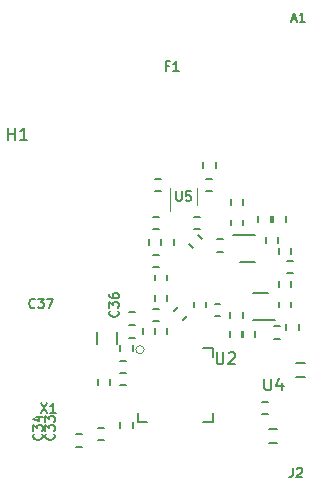
<source format=gbr>
G04 #@! TF.GenerationSoftware,KiCad,Pcbnew,(5.1.6)-1*
G04 #@! TF.CreationDate,2022-09-13T10:15:16+02:00*
G04 #@! TF.ProjectId,LoRa_Balloon,4c6f5261-5f42-4616-9c6c-6f6f6e2e6b69,2*
G04 #@! TF.SameCoordinates,Original*
G04 #@! TF.FileFunction,Legend,Top*
G04 #@! TF.FilePolarity,Positive*
%FSLAX46Y46*%
G04 Gerber Fmt 4.6, Leading zero omitted, Abs format (unit mm)*
G04 Created by KiCad (PCBNEW (5.1.6)-1) date 2022-09-13 10:15:16*
%MOMM*%
%LPD*%
G01*
G04 APERTURE LIST*
%ADD10C,0.150000*%
%ADD11C,0.120000*%
G04 APERTURE END LIST*
D10*
X107410000Y-138085000D02*
X106910000Y-138085000D01*
X106910000Y-139135000D02*
X107410000Y-139135000D01*
D11*
X117215800Y-118637200D02*
X117215800Y-117237200D01*
X114895800Y-117237200D02*
X114895800Y-119137200D01*
D10*
X123212440Y-126128200D02*
X121912440Y-126128200D01*
X123787440Y-128428200D02*
X121912440Y-128428200D01*
X120826160Y-123476280D02*
X122126160Y-123476280D01*
X120251160Y-121176280D02*
X122126160Y-121176280D01*
D11*
X112697673Y-130903720D02*
G75*
G03*
X112697673Y-130903720I-353553J0D01*
G01*
D10*
X118494120Y-130753720D02*
X118494120Y-131543720D01*
X112194120Y-137053720D02*
X112194120Y-136263720D01*
X118494120Y-137053720D02*
X118494120Y-136263720D01*
X112194120Y-137053720D02*
X112984120Y-137053720D01*
X118494120Y-137053720D02*
X117704120Y-137053720D01*
X118494120Y-130753720D02*
X117704120Y-130753720D01*
X109815000Y-133890000D02*
X109815000Y-133390000D01*
X108765000Y-133390000D02*
X108765000Y-133890000D01*
X110423720Y-130406400D02*
X110423720Y-129406400D01*
X108723720Y-129406400D02*
X108723720Y-130406400D01*
X120046920Y-118131240D02*
X120046920Y-118631240D01*
X121096920Y-118631240D02*
X121096920Y-118131240D01*
X122353240Y-119597240D02*
X122353240Y-120097240D01*
X123403240Y-120097240D02*
X123403240Y-119597240D01*
X123648640Y-119597240D02*
X123648640Y-120097240D01*
X124698640Y-120097240D02*
X124698640Y-119597240D01*
X113621400Y-117512200D02*
X114121400Y-117512200D01*
X114121400Y-116462200D02*
X113621400Y-116462200D01*
X126280000Y-133220000D02*
X125580000Y-133220000D01*
X125580000Y-132020000D02*
X126280000Y-132020000D01*
X123240000Y-137610000D02*
X123940000Y-137610000D01*
X123940000Y-138810000D02*
X123240000Y-138810000D01*
X114152560Y-122035680D02*
X114152560Y-121535680D01*
X113102560Y-121535680D02*
X113102560Y-122035680D01*
X113619160Y-129601920D02*
X113619160Y-129101920D01*
X112569160Y-129101920D02*
X112569160Y-129601920D01*
X117411120Y-119662600D02*
X116911120Y-119662600D01*
X116911120Y-120712600D02*
X117411120Y-120712600D01*
X110694640Y-130506960D02*
X110694640Y-131006960D01*
X111744640Y-131006960D02*
X111744640Y-130506960D01*
X116481310Y-121955012D02*
X116834864Y-122308566D01*
X117577326Y-121566104D02*
X117223772Y-121212550D01*
X110636900Y-132879200D02*
X111136900Y-132879200D01*
X111136900Y-131829200D02*
X110636900Y-131829200D01*
X111423880Y-128805040D02*
X111923880Y-128805040D01*
X111923880Y-127755040D02*
X111423880Y-127755040D01*
X110641560Y-133935840D02*
X111141560Y-133935840D01*
X111141560Y-132885840D02*
X110641560Y-132885840D01*
X111423880Y-129882000D02*
X111923880Y-129882000D01*
X111923880Y-128832000D02*
X111423880Y-128832000D01*
X123200000Y-135335000D02*
X122700000Y-135335000D01*
X122700000Y-136385000D02*
X123200000Y-136385000D01*
X124085520Y-122281600D02*
X124085520Y-122781600D01*
X125135520Y-122781600D02*
X125135520Y-122281600D01*
X125310520Y-123401480D02*
X124810520Y-123401480D01*
X124810520Y-124451480D02*
X125310520Y-124451480D01*
X124085520Y-125086600D02*
X124085520Y-125586600D01*
X125135520Y-125586600D02*
X125135520Y-125086600D01*
X124751000Y-128764100D02*
X124751000Y-129264100D01*
X125801000Y-129264100D02*
X125801000Y-128764100D01*
X109310000Y-137505000D02*
X108810000Y-137505000D01*
X108810000Y-138555000D02*
X109310000Y-138555000D01*
X121038500Y-129830520D02*
X121038500Y-129330520D01*
X119988500Y-129330520D02*
X119988500Y-129830520D01*
X113445720Y-128479920D02*
X113945720Y-128479920D01*
X113945720Y-127429920D02*
X113445720Y-127429920D01*
X122049420Y-129830520D02*
X122049420Y-129330520D01*
X120999420Y-129330520D02*
X120999420Y-129830520D01*
X114670720Y-126799880D02*
X114670720Y-126299880D01*
X113620720Y-126299880D02*
X113620720Y-126799880D01*
X116922720Y-126830740D02*
X116922720Y-127330740D01*
X117972720Y-127330740D02*
X117972720Y-126830740D01*
X119160340Y-127003200D02*
X118660340Y-127003200D01*
X118660340Y-128053200D02*
X119160340Y-128053200D01*
X113438100Y-123905380D02*
X113938100Y-123905380D01*
X113938100Y-122855380D02*
X113438100Y-122855380D01*
X115199040Y-122035680D02*
X115199040Y-121535680D01*
X114149040Y-121535680D02*
X114149040Y-122035680D01*
X113456720Y-120707520D02*
X113956720Y-120707520D01*
X113956720Y-119657520D02*
X113456720Y-119657520D01*
X118464800Y-116462200D02*
X117964800Y-116462200D01*
X117964800Y-117512200D02*
X118464800Y-117512200D01*
X118755000Y-115550000D02*
X118755000Y-115050000D01*
X117705000Y-115050000D02*
X117705000Y-115550000D01*
X118874120Y-122602360D02*
X119374120Y-122602360D01*
X119374120Y-121552360D02*
X118874120Y-121552360D01*
X124053480Y-121877360D02*
X124053480Y-121377360D01*
X123003480Y-121377360D02*
X123003480Y-121877360D01*
X114670720Y-129604880D02*
X114670720Y-129104880D01*
X113620720Y-129104880D02*
X113620720Y-129604880D01*
X124085520Y-126829040D02*
X124085520Y-127329040D01*
X125135520Y-127329040D02*
X125135520Y-126829040D01*
X115956312Y-128396248D02*
X116309866Y-128042694D01*
X115567404Y-127300232D02*
X115213850Y-127653786D01*
X119988500Y-127727780D02*
X119988500Y-128227780D01*
X121038500Y-128227780D02*
X121038500Y-127727780D01*
X114670720Y-125040080D02*
X114670720Y-124540080D01*
X113620720Y-124540080D02*
X113620720Y-125040080D01*
X120046920Y-119883840D02*
X120046920Y-120383840D01*
X121096920Y-120383840D02*
X121096920Y-119883840D01*
X111716700Y-137557200D02*
X111716700Y-137057200D01*
X110666700Y-137057200D02*
X110666700Y-137557200D01*
X124164560Y-128938680D02*
X123664560Y-128938680D01*
X123664560Y-129988680D02*
X124164560Y-129988680D01*
X125263333Y-140921904D02*
X125263333Y-141493333D01*
X125225238Y-141607619D01*
X125149047Y-141683809D01*
X125034761Y-141721904D01*
X124958571Y-141721904D01*
X125606190Y-140998095D02*
X125644285Y-140960000D01*
X125720476Y-140921904D01*
X125910952Y-140921904D01*
X125987142Y-140960000D01*
X126025238Y-140998095D01*
X126063333Y-141074285D01*
X126063333Y-141150476D01*
X126025238Y-141264761D01*
X125568095Y-141721904D01*
X126063333Y-141721904D01*
X103972380Y-135451904D02*
X104505714Y-136251904D01*
X104505714Y-135451904D02*
X103972380Y-136251904D01*
X105229523Y-136251904D02*
X104772380Y-136251904D01*
X105000952Y-136251904D02*
X105000952Y-135451904D01*
X104924761Y-135566190D01*
X104848571Y-135642380D01*
X104772380Y-135680476D01*
X101204495Y-113144780D02*
X101204495Y-112144780D01*
X101204495Y-112620971D02*
X101775923Y-112620971D01*
X101775923Y-113144780D02*
X101775923Y-112144780D01*
X102775923Y-113144780D02*
X102204495Y-113144780D01*
X102490209Y-113144780D02*
X102490209Y-112144780D01*
X102394971Y-112287638D01*
X102299733Y-112382876D01*
X102204495Y-112430495D01*
X115420476Y-117511904D02*
X115420476Y-118159523D01*
X115458571Y-118235714D01*
X115496666Y-118273809D01*
X115572857Y-118311904D01*
X115725238Y-118311904D01*
X115801428Y-118273809D01*
X115839523Y-118235714D01*
X115877619Y-118159523D01*
X115877619Y-117511904D01*
X116639523Y-117511904D02*
X116258571Y-117511904D01*
X116220476Y-117892857D01*
X116258571Y-117854761D01*
X116334761Y-117816666D01*
X116525238Y-117816666D01*
X116601428Y-117854761D01*
X116639523Y-117892857D01*
X116677619Y-117969047D01*
X116677619Y-118159523D01*
X116639523Y-118235714D01*
X116601428Y-118273809D01*
X116525238Y-118311904D01*
X116334761Y-118311904D01*
X116258571Y-118273809D01*
X116220476Y-118235714D01*
X114794333Y-106868257D02*
X114527666Y-106868257D01*
X114527666Y-107287304D02*
X114527666Y-106487304D01*
X114908619Y-106487304D01*
X115632428Y-107287304D02*
X115175285Y-107287304D01*
X115403857Y-107287304D02*
X115403857Y-106487304D01*
X115327666Y-106601590D01*
X115251476Y-106677780D01*
X115175285Y-106715876D01*
X122888095Y-133352380D02*
X122888095Y-134161904D01*
X122935714Y-134257142D01*
X122983333Y-134304761D01*
X123078571Y-134352380D01*
X123269047Y-134352380D01*
X123364285Y-134304761D01*
X123411904Y-134257142D01*
X123459523Y-134161904D01*
X123459523Y-133352380D01*
X124364285Y-133685714D02*
X124364285Y-134352380D01*
X124126190Y-133304761D02*
X123888095Y-134019047D01*
X124507142Y-134019047D01*
X125178571Y-102933333D02*
X125559523Y-102933333D01*
X125102380Y-103161904D02*
X125369047Y-102361904D01*
X125635714Y-103161904D01*
X126321428Y-103161904D02*
X125864285Y-103161904D01*
X126092857Y-103161904D02*
X126092857Y-102361904D01*
X126016666Y-102476190D01*
X125940476Y-102552380D01*
X125864285Y-102590476D01*
X118848095Y-131132380D02*
X118848095Y-131941904D01*
X118895714Y-132037142D01*
X118943333Y-132084761D01*
X119038571Y-132132380D01*
X119229047Y-132132380D01*
X119324285Y-132084761D01*
X119371904Y-132037142D01*
X119419523Y-131941904D01*
X119419523Y-131132380D01*
X119848095Y-131227619D02*
X119895714Y-131180000D01*
X119990952Y-131132380D01*
X120229047Y-131132380D01*
X120324285Y-131180000D01*
X120371904Y-131227619D01*
X120419523Y-131322857D01*
X120419523Y-131418095D01*
X120371904Y-131560952D01*
X119800476Y-132132380D01*
X120419523Y-132132380D01*
X103455714Y-127295714D02*
X103417619Y-127333809D01*
X103303333Y-127371904D01*
X103227142Y-127371904D01*
X103112857Y-127333809D01*
X103036666Y-127257619D01*
X102998571Y-127181428D01*
X102960476Y-127029047D01*
X102960476Y-126914761D01*
X102998571Y-126762380D01*
X103036666Y-126686190D01*
X103112857Y-126610000D01*
X103227142Y-126571904D01*
X103303333Y-126571904D01*
X103417619Y-126610000D01*
X103455714Y-126648095D01*
X103722380Y-126571904D02*
X104217619Y-126571904D01*
X103950952Y-126876666D01*
X104065238Y-126876666D01*
X104141428Y-126914761D01*
X104179523Y-126952857D01*
X104217619Y-127029047D01*
X104217619Y-127219523D01*
X104179523Y-127295714D01*
X104141428Y-127333809D01*
X104065238Y-127371904D01*
X103836666Y-127371904D01*
X103760476Y-127333809D01*
X103722380Y-127295714D01*
X104484285Y-126571904D02*
X105017619Y-126571904D01*
X104674761Y-127371904D01*
X104025714Y-138044285D02*
X104063809Y-138082380D01*
X104101904Y-138196666D01*
X104101904Y-138272857D01*
X104063809Y-138387142D01*
X103987619Y-138463333D01*
X103911428Y-138501428D01*
X103759047Y-138539523D01*
X103644761Y-138539523D01*
X103492380Y-138501428D01*
X103416190Y-138463333D01*
X103340000Y-138387142D01*
X103301904Y-138272857D01*
X103301904Y-138196666D01*
X103340000Y-138082380D01*
X103378095Y-138044285D01*
X103301904Y-137777619D02*
X103301904Y-137282380D01*
X103606666Y-137549047D01*
X103606666Y-137434761D01*
X103644761Y-137358571D01*
X103682857Y-137320476D01*
X103759047Y-137282380D01*
X103949523Y-137282380D01*
X104025714Y-137320476D01*
X104063809Y-137358571D01*
X104101904Y-137434761D01*
X104101904Y-137663333D01*
X104063809Y-137739523D01*
X104025714Y-137777619D01*
X103568571Y-136596666D02*
X104101904Y-136596666D01*
X103263809Y-136787142D02*
X103835238Y-136977619D01*
X103835238Y-136482380D01*
X105055714Y-138044285D02*
X105093809Y-138082380D01*
X105131904Y-138196666D01*
X105131904Y-138272857D01*
X105093809Y-138387142D01*
X105017619Y-138463333D01*
X104941428Y-138501428D01*
X104789047Y-138539523D01*
X104674761Y-138539523D01*
X104522380Y-138501428D01*
X104446190Y-138463333D01*
X104370000Y-138387142D01*
X104331904Y-138272857D01*
X104331904Y-138196666D01*
X104370000Y-138082380D01*
X104408095Y-138044285D01*
X104331904Y-137777619D02*
X104331904Y-137282380D01*
X104636666Y-137549047D01*
X104636666Y-137434761D01*
X104674761Y-137358571D01*
X104712857Y-137320476D01*
X104789047Y-137282380D01*
X104979523Y-137282380D01*
X105055714Y-137320476D01*
X105093809Y-137358571D01*
X105131904Y-137434761D01*
X105131904Y-137663333D01*
X105093809Y-137739523D01*
X105055714Y-137777619D01*
X104331904Y-137015714D02*
X104331904Y-136520476D01*
X104636666Y-136787142D01*
X104636666Y-136672857D01*
X104674761Y-136596666D01*
X104712857Y-136558571D01*
X104789047Y-136520476D01*
X104979523Y-136520476D01*
X105055714Y-136558571D01*
X105093809Y-136596666D01*
X105131904Y-136672857D01*
X105131904Y-136901428D01*
X105093809Y-136977619D01*
X105055714Y-137015714D01*
X110475714Y-127624285D02*
X110513809Y-127662380D01*
X110551904Y-127776666D01*
X110551904Y-127852857D01*
X110513809Y-127967142D01*
X110437619Y-128043333D01*
X110361428Y-128081428D01*
X110209047Y-128119523D01*
X110094761Y-128119523D01*
X109942380Y-128081428D01*
X109866190Y-128043333D01*
X109790000Y-127967142D01*
X109751904Y-127852857D01*
X109751904Y-127776666D01*
X109790000Y-127662380D01*
X109828095Y-127624285D01*
X109751904Y-127357619D02*
X109751904Y-126862380D01*
X110056666Y-127129047D01*
X110056666Y-127014761D01*
X110094761Y-126938571D01*
X110132857Y-126900476D01*
X110209047Y-126862380D01*
X110399523Y-126862380D01*
X110475714Y-126900476D01*
X110513809Y-126938571D01*
X110551904Y-127014761D01*
X110551904Y-127243333D01*
X110513809Y-127319523D01*
X110475714Y-127357619D01*
X109751904Y-126176666D02*
X109751904Y-126329047D01*
X109790000Y-126405238D01*
X109828095Y-126443333D01*
X109942380Y-126519523D01*
X110094761Y-126557619D01*
X110399523Y-126557619D01*
X110475714Y-126519523D01*
X110513809Y-126481428D01*
X110551904Y-126405238D01*
X110551904Y-126252857D01*
X110513809Y-126176666D01*
X110475714Y-126138571D01*
X110399523Y-126100476D01*
X110209047Y-126100476D01*
X110132857Y-126138571D01*
X110094761Y-126176666D01*
X110056666Y-126252857D01*
X110056666Y-126405238D01*
X110094761Y-126481428D01*
X110132857Y-126519523D01*
X110209047Y-126557619D01*
M02*

</source>
